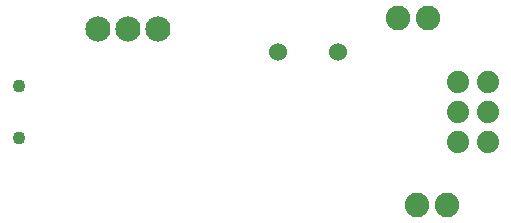
<source format=gbs>
G75*
G70*
%OFA0B0*%
%FSLAX24Y24*%
%IPPOS*%
%LPD*%
%AMOC8*
5,1,8,0,0,1.08239X$1,22.5*
%
%ADD10C,0.0600*%
%ADD11C,0.0820*%
%ADD12C,0.0434*%
%ADD13C,0.0740*%
%ADD14C,0.0840*%
D10*
X011410Y006535D03*
X013410Y006535D03*
D11*
X015410Y007660D03*
X016410Y007660D03*
X016035Y001410D03*
X017035Y001410D03*
D12*
X002760Y003669D03*
X002760Y005401D03*
D13*
X017410Y005535D03*
X018410Y005535D03*
X018410Y004535D03*
X017410Y004535D03*
X017410Y003535D03*
X018410Y003535D03*
D14*
X007410Y007285D03*
X006410Y007285D03*
X005410Y007285D03*
M02*

</source>
